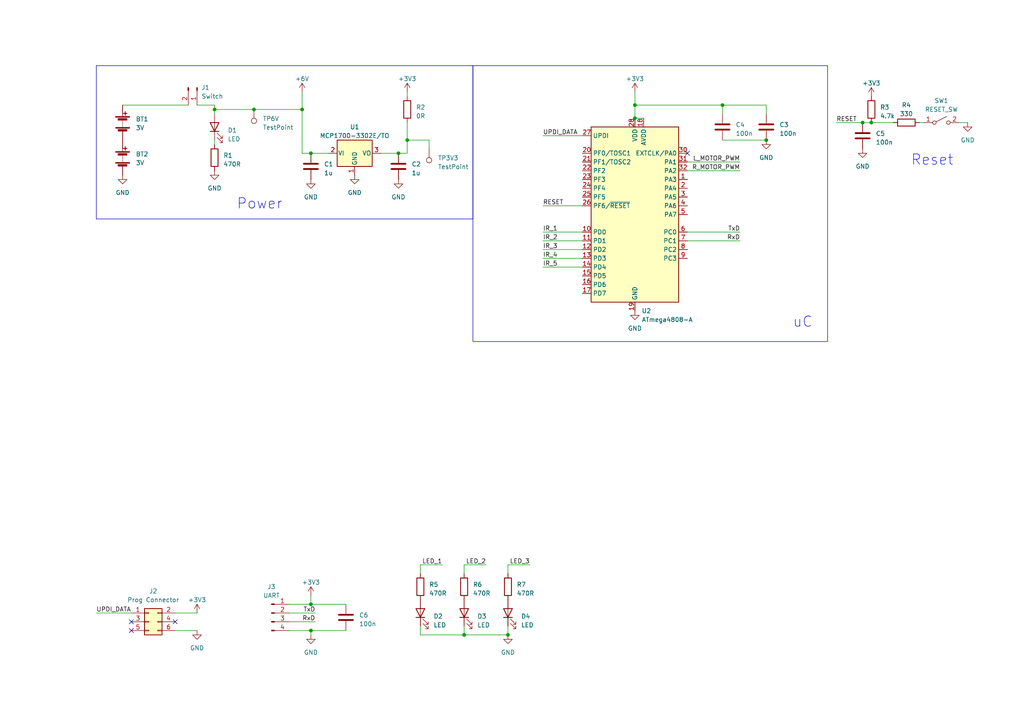
<source format=kicad_sch>
(kicad_sch (version 20230121) (generator eeschema)
  (paper "A4")
  (lib_symbols
    (symbol "Connector:Conn_01x02_Pin" (pin_names (offset 1.016) hide)
      (property "Reference" "J" (at 0 2.54 0))
      (property "Value" "Conn_01x02_Pin" (at 0 -5.08 0))
      (symbol "Conn_01x02_Pin_1_1"
        (polyline (pts (xy 1.27 -2.54) (xy 0.8636 -2.54)) (stroke (width 0.1524)))
        (polyline (pts (xy 1.27 0) (xy 0.8636 0)) (stroke (width 0.1524)))
        (rectangle (start 0.8636 -2.413) (end 0 -2.667) (stroke (width 0.1524)) (fill (type outline)))
        (rectangle (start 0.8636 0.127) (end 0 -0.127) (stroke (width 0.1524)) (fill (type outline)))
        (pin passive line (at 5.08 0 180) (length 3.81) (name "Pin_1") (number "1"))
        (pin passive line (at 5.08 -2.54 180) (length 3.81) (name "Pin_2") (number "2"))
      )
    )
    (symbol "Connector:Conn_01x04_Pin" (pin_names (offset 1.016) hide)
      (property "Reference" "J" (at 0 5.08 0))
      (property "Value" "Conn_01x04_Pin" (at 0 -7.62 0))
      (symbol "Conn_01x04_Pin_1_1"
        (polyline (pts (xy 1.27 -5.08) (xy 0.8636 -5.08)) (stroke (width 0.1524)))
        (polyline (pts (xy 1.27 -2.54) (xy 0.8636 -2.54)) (stroke (width 0.1524)))
        (polyline (pts (xy 1.27 0) (xy 0.8636 0)) (stroke (width 0.1524)))
        (polyline (pts (xy 1.27 2.54) (xy 0.8636 2.54)) (stroke (width 0.1524)))
        (rectangle (start 0.8636 -4.953) (end 0 -5.207) (stroke (width 0.1524)) (fill (type outline)))
        (rectangle (start 0.8636 -2.413) (end 0 -2.667) (stroke (width 0.1524)) (fill (type outline)))
        (rectangle (start 0.8636 0.127) (end 0 -0.127) (stroke (width 0.1524)) (fill (type outline)))
        (rectangle (start 0.8636 2.667) (end 0 2.413) (stroke (width 0.1524)) (fill (type outline)))
        (pin passive line (at 5.08 2.54 180) (length 3.81) (name "Pin_1") (number "1"))
        (pin passive line (at 5.08 0 180) (length 3.81) (name "Pin_2") (number "2"))
        (pin passive line (at 5.08 -2.54 180) (length 3.81) (name "Pin_3") (number "3"))
        (pin passive line (at 5.08 -5.08 180) (length 3.81) (name "Pin_4") (number "4"))
      )
    )
    (symbol "Connector:TestPoint" (pin_numbers hide) (pin_names (offset 0.762) hide)
      (property "Reference" "TP" (at 0 6.858 0))
      (property "Value" "TestPoint" (at 0 5.08 0))
      (symbol "TestPoint_0_1"
        (circle (center 0 3.302) (radius 0.762))
      )
      (symbol "TestPoint_1_1"
        (pin passive line (at 0 0 90) (length 2.54) (name "1") (number "1"))
      )
    )
    (symbol "Connector_Generic:Conn_02x03_Odd_Even" (pin_names (offset 1.016) hide)
      (property "Reference" "J" (at 1.27 5.08 0))
      (property "Value" "Conn_02x03_Odd_Even" (at 1.27 -5.08 0))
      (symbol "Conn_02x03_Odd_Even_1_1"
        (rectangle (start -1.27 -2.413) (end 0 -2.667) (stroke (width 0.1524)))
        (rectangle (start -1.27 0.127) (end 0 -0.127) (stroke (width 0.1524)))
        (rectangle (start -1.27 2.667) (end 0 2.413) (stroke (width 0.1524)))
        (rectangle (start -1.27 3.81) (end 3.81 -3.81) (stroke (width 0.254)) (fill (type background)))
        (rectangle (start 3.81 -2.413) (end 2.54 -2.667) (stroke (width 0.1524)))
        (rectangle (start 3.81 0.127) (end 2.54 -0.127) (stroke (width 0.1524)))
        (rectangle (start 3.81 2.667) (end 2.54 2.413) (stroke (width 0.1524)))
        (pin passive line (at -5.08 2.54 0) (length 3.81) (name "Pin_1") (number "1"))
        (pin passive line (at 7.62 2.54 180) (length 3.81) (name "Pin_2") (number "2"))
        (pin passive line (at -5.08 0 0) (length 3.81) (name "Pin_3") (number "3"))
        (pin passive line (at 7.62 0 180) (length 3.81) (name "Pin_4") (number "4"))
        (pin passive line (at -5.08 -2.54 0) (length 3.81) (name "Pin_5") (number "5"))
        (pin passive line (at 7.62 -2.54 180) (length 3.81) (name "Pin_6") (number "6"))
      )
    )
    (symbol "Device:Battery" (pin_numbers hide) (pin_names (offset 0) hide)
      (property "Reference" "BT" (at 2.54 2.54 0))
      (property "Value" "Battery" (at 2.54 0 0))
      (symbol "Battery_0_1"
        (rectangle (start -2.032 -1.397) (end 2.032 -1.651) (fill (type outline)))
        (rectangle (start -2.032 1.778) (end 2.032 1.524) (fill (type outline)))
        (rectangle (start -1.3208 -1.9812) (end 1.27 -2.4892) (fill (type outline)))
        (rectangle (start -1.3208 1.1938) (end 1.27 0.6858) (fill (type outline)))
        (polyline (pts (xy 0 -1.524) (xy 0 -1.27)))
        (polyline (pts (xy 0 -1.016) (xy 0 -0.762)))
        (polyline (pts (xy 0 -0.508) (xy 0 -0.254)))
        (polyline (pts (xy 0 0) (xy 0 0.254)))
        (polyline (pts (xy 0 0.508) (xy 0 0.762)))
        (polyline (pts (xy 0 1.778) (xy 0 2.54)))
        (polyline (pts (xy 0.254 2.667) (xy 1.27 2.667)) (stroke (width 0.254)))
        (polyline (pts (xy 0.762 3.175) (xy 0.762 2.159)) (stroke (width 0.254)))
      )
      (symbol "Battery_1_1"
        (pin passive line (at 0 5.08 270) (length 2.54) (name "+") (number "1"))
        (pin passive line (at 0 -5.08 90) (length 2.54) (name "-") (number "2"))
      )
    )
    (symbol "Device:C" (pin_numbers hide) (pin_names (offset 0.254))
      (property "Reference" "C" (at 0.635 2.54 0))
      (property "Value" "C" (at 0.635 -2.54 0))
      (symbol "C_0_1"
        (polyline (pts (xy -2.032 -0.762) (xy 2.032 -0.762)) (stroke (width 0.508)))
        (polyline (pts (xy -2.032 0.762) (xy 2.032 0.762)) (stroke (width 0.508)))
      )
      (symbol "C_1_1"
        (pin passive line (at 0 3.81 270) (length 2.794) (name "~") (number "1"))
        (pin passive line (at 0 -3.81 90) (length 2.794) (name "~") (number "2"))
      )
    )
    (symbol "Device:LED" (pin_numbers hide) (pin_names (offset 1.016) hide)
      (property "Reference" "D" (at 0 2.54 0))
      (property "Value" "LED" (at 0 -2.54 0))
      (symbol "LED_0_1"
        (polyline (pts (xy -1.27 -1.27) (xy -1.27 1.27)) (stroke (width 0.254)))
        (polyline (pts (xy -1.27 0) (xy 1.27 0)))
        (polyline (pts (xy 1.27 -1.27) (xy 1.27 1.27) (xy -1.27 0) (xy 1.27 -1.27)) (stroke (width 0.254)))
        (polyline (pts (xy -3.048 -0.762) (xy -4.572 -2.286) (xy -3.81 -2.286) (xy -4.572 -2.286) (xy -4.572 -1.524)))
        (polyline (pts (xy -1.778 -0.762) (xy -3.302 -2.286) (xy -2.54 -2.286) (xy -3.302 -2.286) (xy -3.302 -1.524)))
      )
      (symbol "LED_1_1"
        (pin passive line (at -3.81 0 0) (length 2.54) (name "K") (number "1"))
        (pin passive line (at 3.81 0 180) (length 2.54) (name "A") (number "2"))
      )
    )
    (symbol "Device:R" (pin_numbers hide) (pin_names (offset 0))
      (property "Reference" "R" (at 2.032 0 90))
      (property "Value" "R" (at 0 0 90))
      (symbol "R_0_1"
        (rectangle (start -1.016 -2.54) (end 1.016 2.54) (stroke (width 0.254)))
      )
      (symbol "R_1_1"
        (pin passive line (at 0 3.81 270) (length 1.27) (name "~") (number "1"))
        (pin passive line (at 0 -3.81 90) (length 1.27) (name "~") (number "2"))
      )
    )
    (symbol "MCU_Microchip_ATmega:ATmega4808-A"
      (property "Reference" "U" (at -12.7 26.67 0))
      (property "Value" "ATmega4808-A" (at 2.54 -26.67 0))
      (symbol "ATmega4808-A_0_1"
        (rectangle (start -12.7 -25.4) (end 12.7 25.4) (stroke (width 0.254)) (fill (type background)))
      )
      (symbol "ATmega4808-A_1_1"
        (pin bidirectional line (at 15.24 10.16 180) (length 2.54) (name "PA3") (number "1"))
        (pin bidirectional line (at -15.24 -5.08 0) (length 2.54) (name "PD0") (number "10"))
        (pin bidirectional line (at -15.24 -7.62 0) (length 2.54) (name "PD1") (number "11"))
        (pin bidirectional line (at -15.24 -10.16 0) (length 2.54) (name "PD2") (number "12"))
        (pin bidirectional line (at -15.24 -12.7 0) (length 2.54) (name "PD3") (number "13"))
        (pin bidirectional line (at -15.24 -15.24 0) (length 2.54) (name "PD4") (number "14"))
        (pin bidirectional line (at -15.24 -17.78 0) (length 2.54) (name "PD5") (number "15"))
        (pin bidirectional line (at -15.24 -20.32 0) (length 2.54) (name "PD6") (number "16"))
        (pin bidirectional line (at -15.24 -22.86 0) (length 2.54) (name "PD7") (number "17"))
        (pin power_in line (at 2.54 27.94 270) (length 2.54) (name "AVDD") (number "18"))
        (pin power_in line (at 0 -27.94 90) (length 2.54) (name "GND") (number "19"))
        (pin bidirectional line (at 15.24 7.62 180) (length 2.54) (name "PA4") (number "2"))
        (pin bidirectional line (at -15.24 17.78 0) (length 2.54) (name "PF0/TOSC1") (number "20"))
        (pin bidirectional line (at -15.24 15.24 0) (length 2.54) (name "PF1/TOSC2") (number "21"))
        (pin bidirectional line (at -15.24 12.7 0) (length 2.54) (name "PF2") (number "22"))
        (pin bidirectional line (at -15.24 10.16 0) (length 2.54) (name "PF3") (number "23"))
        (pin bidirectional line (at -15.24 7.62 0) (length 2.54) (name "PF4") (number "24"))
        (pin bidirectional line (at -15.24 5.08 0) (length 2.54) (name "PF5") (number "25"))
        (pin bidirectional line (at -15.24 2.54 0) (length 2.54) (name "PF6/~{RESET}") (number "26"))
        (pin bidirectional line (at -15.24 22.86 0) (length 2.54) (name "UPDI") (number "27"))
        (pin power_in line (at 0 27.94 270) (length 2.54) (name "VDD") (number "28"))
        (pin passive line (at 0 -27.94 90) (length 2.54) hide (name "GND") (number "29"))
        (pin bidirectional line (at 15.24 5.08 180) (length 2.54) (name "PA5") (number "3"))
        (pin bidirectional line (at 15.24 17.78 180) (length 2.54) (name "EXTCLK/PA0") (number "30"))
        (pin bidirectional line (at 15.24 15.24 180) (length 2.54) (name "PA1") (number "31"))
        (pin bidirectional line (at 15.24 12.7 180) (length 2.54) (name "PA2") (number "32"))
        (pin bidirectional line (at 15.24 2.54 180) (length 2.54) (name "PA6") (number "4"))
        (pin bidirectional line (at 15.24 0 180) (length 2.54) (name "PA7") (number "5"))
        (pin bidirectional line (at 15.24 -5.08 180) (length 2.54) (name "PC0") (number "6"))
        (pin bidirectional line (at 15.24 -7.62 180) (length 2.54) (name "PC1") (number "7"))
        (pin bidirectional line (at 15.24 -10.16 180) (length 2.54) (name "PC2") (number "8"))
        (pin bidirectional line (at 15.24 -12.7 180) (length 2.54) (name "PC3") (number "9"))
      )
    )
    (symbol "PCM_4ms_Power-symbol:GND" (power) (pin_names (offset 0))
      (property "Value" "GND" (at 0 -3.81 0))
      (symbol "GND_0_1"
        (polyline (pts (xy 0 0) (xy 0 -1.27) (xy 1.27 -1.27) (xy 0 -2.54) (xy -1.27 -1.27) (xy 0 -1.27)))
      )
      (symbol "GND_1_1"
        (pin power_in line (at 0 0 270) (length 0) hide (name "GND") (number "1"))
      )
    )
    (symbol "Regulator_Linear:MCP1700x-330xxTO" (pin_names (offset 0.254))
      (property "Reference" "U1" (at 0 -11.43 0))
      (property "Value" "MCP1700x-330xxTO" (at 0 -7.62 0))
      (symbol "MCP1700x-330xxTO_0_1"
        (rectangle (start -5.08 5.08) (end 5.08 -2.54) (stroke (width 0.254)) (fill (type background)))
      )
      (symbol "MCP1700x-330xxTO_1_1"
        (pin power_in line (at 0 -5.08 90) (length 2.54) (name "GND") (number "1"))
        (pin power_in line (at -7.62 1.27 0) (length 2.54) (name "VI") (number "2"))
        (pin power_out line (at 7.62 1.27 180) (length 2.54) (name "VO") (number "3"))
      )
    )
    (symbol "Switch:SW_SPST" (pin_names (offset 0) hide)
      (property "Reference" "SW" (at 0 3.175 0))
      (property "Value" "SW_SPST" (at 0 -2.54 0))
      (symbol "SW_SPST_0_0"
        (circle (center -2.032 0) (radius 0.508))
        (polyline (pts (xy -1.524 0.254) (xy 1.524 1.778)))
        (circle (center 2.032 0) (radius 0.508))
      )
      (symbol "SW_SPST_1_1"
        (pin passive line (at -5.08 0 0) (length 2.54) (name "A") (number "1"))
        (pin passive line (at 5.08 0 180) (length 2.54) (name "B") (number "2"))
      )
    )
    (symbol "power:+3V3" (power) (pin_names (offset 0))
      (property "Value" "+3V3" (at 0 3.556 0))
      (symbol "+3V3_0_1"
        (polyline (pts (xy -0.762 1.27) (xy 0 2.54)))
        (polyline (pts (xy 0 0) (xy 0 2.54)))
        (polyline (pts (xy 0 2.54) (xy 0.762 1.27)))
      )
      (symbol "+3V3_1_1"
        (pin power_in line (at 0 0 90) (length 0) hide (name "+3V3") (number "1"))
      )
    )
    (symbol "power:+6V" (power) (pin_names (offset 0))
      (property "Value" "+6V" (at 0 3.556 0))
      (symbol "+6V_0_1"
        (polyline (pts (xy -0.762 1.27) (xy 0 2.54)))
        (polyline (pts (xy 0 0) (xy 0 2.54)))
        (polyline (pts (xy 0 2.54) (xy 0.762 1.27)))
      )
      (symbol "+6V_1_1"
        (pin power_in line (at 0 0 90) (length 0) hide (name "+6V") (number "1"))
      )
    )
  )
  (junction (at 73.66 31.75))
  (junction (at 90.17 44.45))
  (junction (at 222.25 40.64))
  (junction (at 134.62 184.15))
  (junction (at 250.19 35.56))
  (junction (at 184.15 30.48))
  (junction (at 184.15 34.29))
  (junction (at 90.17 182.88))
  (junction (at 118.11 40.64))
  (junction (at 62.23 31.75))
  (junction (at 252.73 35.56))
  (junction (at 87.63 31.75))
  (junction (at 147.32 184.15))
  (junction (at 209.55 30.48))
  (junction (at 115.57 44.45))
  (junction (at 90.17 175.26))
  (no_connect (at 38.1 182.88))
  (no_connect (at 38.1 180.34))
  (no_connect (at 199.39 44.45))
  (no_connect (at 50.8 180.34))
  (wire (pts (xy 50.8 177.8) (xy 57.15 177.8)))
  (wire (pts (xy 157.48 77.47) (xy 168.91 77.47)))
  (wire (pts (xy 57.15 30.48) (xy 62.23 30.48)))
  (wire (pts (xy 87.63 26.67) (xy 87.63 31.75)))
  (wire (pts (xy 184.15 30.48) (xy 209.55 30.48)))
  (wire (pts (xy 157.48 72.39) (xy 168.91 72.39)))
  (wire (pts (xy 199.39 46.99) (xy 214.63 46.99)))
  (wire (pts (xy 87.63 44.45) (xy 90.17 44.45)))
  (wire (pts (xy 209.55 40.64) (xy 222.25 40.64)))
  (wire (pts (xy 118.11 44.45) (xy 118.11 40.64)))
  (wire (pts (xy 124.46 40.64) (xy 124.46 43.18)))
  (wire (pts (xy 266.7 35.56) (xy 267.97 35.56)))
  (wire (pts (xy 147.32 163.83) (xy 153.67 163.83)))
  (wire (pts (xy 118.11 35.56) (xy 118.11 40.64)))
  (polyline (pts (xy 27.94 63.5) (xy 137.16 63.5)))
  (wire (pts (xy 90.17 175.26) (xy 100.33 175.26)))
  (wire (pts (xy 62.23 31.75) (xy 73.66 31.75)))
  (wire (pts (xy 134.62 163.83) (xy 140.97 163.83)))
  (wire (pts (xy 73.66 31.75) (xy 87.63 31.75)))
  (wire (pts (xy 157.48 59.69) (xy 168.91 59.69)))
  (wire (pts (xy 147.32 166.37) (xy 147.32 163.83)))
  (wire (pts (xy 121.92 166.37) (xy 121.92 163.83)))
  (wire (pts (xy 87.63 31.75) (xy 87.63 44.45)))
  (wire (pts (xy 209.55 30.48) (xy 209.55 33.02)))
  (wire (pts (xy 118.11 44.45) (xy 115.57 44.45)))
  (wire (pts (xy 157.48 39.37) (xy 168.91 39.37)))
  (polyline (pts (xy 137.16 63.5) (xy 137.16 19.05)))
  (wire (pts (xy 118.11 26.67) (xy 118.11 27.94)))
  (wire (pts (xy 27.94 177.8) (xy 38.1 177.8)))
  (wire (pts (xy 90.17 175.26) (xy 83.82 175.26)))
  (wire (pts (xy 90.17 182.88) (xy 100.33 182.88)))
  (polyline (pts (xy 27.94 19.05) (xy 27.94 63.5)))
  (wire (pts (xy 252.73 35.56) (xy 259.08 35.56)))
  (wire (pts (xy 184.15 26.67) (xy 184.15 30.48)))
  (wire (pts (xy 147.32 181.61) (xy 147.32 184.15)))
  (wire (pts (xy 199.39 69.85) (xy 214.63 69.85)))
  (wire (pts (xy 90.17 172.72) (xy 90.17 175.26)))
  (wire (pts (xy 35.56 30.48) (xy 54.61 30.48)))
  (wire (pts (xy 121.92 184.15) (xy 134.62 184.15)))
  (wire (pts (xy 184.15 30.48) (xy 184.15 34.29)))
  (wire (pts (xy 121.92 163.83) (xy 128.27 163.83)))
  (wire (pts (xy 242.57 35.56) (xy 250.19 35.56)))
  (polyline (pts (xy 27.94 19.05) (xy 137.16 19.05)))
  (wire (pts (xy 110.49 44.45) (xy 115.57 44.45)))
  (wire (pts (xy 250.19 35.56) (xy 252.73 35.56)))
  (wire (pts (xy 90.17 184.15) (xy 90.17 182.88)))
  (wire (pts (xy 118.11 40.64) (xy 124.46 40.64)))
  (wire (pts (xy 62.23 31.75) (xy 62.23 33.02)))
  (wire (pts (xy 157.48 69.85) (xy 168.91 69.85)))
  (wire (pts (xy 90.17 182.88) (xy 83.82 182.88)))
  (wire (pts (xy 157.48 74.93) (xy 168.91 74.93)))
  (wire (pts (xy 62.23 40.64) (xy 62.23 41.91)))
  (wire (pts (xy 83.82 177.8) (xy 91.44 177.8)))
  (wire (pts (xy 83.82 180.34) (xy 91.44 180.34)))
  (wire (pts (xy 199.39 67.31) (xy 214.63 67.31)))
  (wire (pts (xy 50.8 182.88) (xy 57.15 182.88)))
  (wire (pts (xy 280.67 35.56) (xy 278.13 35.56)))
  (wire (pts (xy 184.15 34.29) (xy 186.69 34.29)))
  (wire (pts (xy 147.32 184.15) (xy 134.62 184.15)))
  (wire (pts (xy 121.92 181.61) (xy 121.92 184.15)))
  (wire (pts (xy 134.62 166.37) (xy 134.62 163.83)))
  (wire (pts (xy 90.17 44.45) (xy 95.25 44.45)))
  (wire (pts (xy 157.48 67.31) (xy 168.91 67.31)))
  (wire (pts (xy 209.55 30.48) (xy 222.25 30.48)))
  (wire (pts (xy 199.39 49.53) (xy 214.63 49.53)))
  (wire (pts (xy 134.62 184.15) (xy 134.62 181.61)))
  (wire (pts (xy 222.25 30.48) (xy 222.25 33.02)))
  (wire (pts (xy 62.23 31.75) (xy 62.23 30.48)))
  (rectangle (start 137.16 19.05) (end 240.03 99.06))
  (text "Reset" (at 264.16 48.26 0) (effects (font (size 3 3)) (justify left bottom)))
  (text "Power" (at 68.58 60.96 0) (effects (font (size 3 3)) (justify left bottom)))
  (text "uC" (at 229.87 95.25 0) (effects (font (size 3 3)) (justify left bottom)))
  (label "LED_3" (at 153.67 163.83 180))
  (label "IR_5" (at 157.48 77.47 0))
  (label "TxD" (at 214.63 67.31 180))
  (label "IR_2" (at 157.48 69.85 0))
  (label "UPDI_DATA" (at 157.48 39.37 0))
  (label "L_MOTOR_PWM" (at 214.63 46.99 180))
  (label "TxD" (at 91.44 177.8 180))
  (label "UPDI_DATA" (at 27.94 177.8 0))
  (label "IR_3" (at 157.48 72.39 0))
  (label "RESET" (at 242.57 35.56 0))
  (label "RxD" (at 91.44 180.34 180))
  (label "IR_1" (at 157.48 67.31 0))
  (label "R_MOTOR_PWM" (at 214.63 49.53 180))
  (label "LED_1" (at 128.27 163.83 180))
  (label "RxD" (at 214.63 69.85 180))
  (label "IR_4" (at 157.48 74.93 0))
  (label "LED_2" (at 140.97 163.83 180))
  (label "RESET" (at 157.48 59.69 0))
  (symbol (lib_id "PCM_4ms_Power-symbol:GND") (at 184.15 90.17 0) (unit 1)
    (property "Reference" "#PWR09" (effects hide))
    (property "Value" "GND" (at 184.15 95.25 0))
  )
  (symbol (lib_id "PCM_4ms_Power-symbol:GND") (at 62.23 49.53 0) (unit 1)
    (property "Reference" "#PWR03" (effects hide))
    (property "Value" "GND" (at 62.23 54.61 0))
  )
  (symbol (lib_id "Regulator_Linear:MCP1700x-330xxTO") (at 102.87 45.72 0) (unit 1)
    (property "Reference" "U1" (at 102.87 36.83 0))
    (property "Value" "MCP1700-3302E/TO" (at 102.87 39.37 0))
    (property "Footprint" "Package_TO_SOT_THT:TO-92_Inline" (effects hide))
    (property "Datasheet" "http://ww1.microchip.com/downloads/en/DeviceDoc/20001826D.pdf" (effects hide))
  )
  (symbol (lib_id "Device:Battery") (at 35.56 45.72 0) (unit 1)
    (property "Reference" "BT2" (at 39.37 44.704 0) (effects (justify left)))
    (property "Value" "3V" (at 39.37 47.244 0) (effects (justify left)))
  )
  (symbol (lib_id "Device:R") (at 252.73 31.75 0) (unit 1)
    (property "Reference" "R3" (at 255.27 31.115 0) (effects (justify left)))
    (property "Value" "4.7k" (at 255.27 33.655 0) (effects (justify left)))
  )
  (symbol (lib_id "Connector_Generic:Conn_02x03_Odd_Even") (at 43.18 180.34 0) (unit 1)
    (property "Reference" "J2" (at 44.45 171.45 0))
    (property "Value" "Prog Connector" (at 44.45 173.99 0))
  )
  (symbol (lib_id "PCM_4ms_Power-symbol:GND") (at 90.17 184.15 0) (unit 1)
    (property "Reference" "#PWR017" (effects hide))
    (property "Value" "GND" (at 90.17 189.23 0))
  )
  (symbol (lib_id "power:+3V3") (at 252.73 27.94 0) (unit 1)
    (property "Reference" "#PWR014" (effects hide))
    (property "Value" "+3V3" (at 252.73 24.13 0))
  )
  (symbol (lib_id "Device:R") (at 118.11 31.75 0) (unit 1)
    (property "Reference" "R2" (at 120.65 31.115 0) (effects (justify left)))
    (property "Value" "0R" (at 120.65 33.655 0) (effects (justify left)))
  )
  (symbol (lib_id "power:+3V3") (at 184.15 26.67 0) (unit 1)
    (property "Reference" "#PWR08" (effects hide))
    (property "Value" "+3V3" (at 184.15 22.86 0))
  )
  (symbol (lib_id "PCM_4ms_Power-symbol:GND") (at 280.67 35.56 0) (unit 1)
    (property "Reference" "#PWR015" (effects hide))
    (property "Value" "GND" (at 280.67 40.64 0))
  )
  (symbol (lib_id "PCM_4ms_Power-symbol:GND") (at 57.15 182.88 0) (unit 1)
    (property "Reference" "#PWR012" (effects hide))
    (property "Value" "GND" (at 57.15 187.96 0))
  )
  (symbol (lib_id "Device:C") (at 90.17 48.26 0) (unit 1)
    (property "Reference" "C1" (at 93.98 47.625 0) (effects (justify left)))
    (property "Value" "1u" (at 93.98 50.165 0) (effects (justify left)))
  )
  (symbol (lib_id "PCM_4ms_Power-symbol:GND") (at 115.57 52.07 0) (unit 1)
    (property "Reference" "#PWR07" (effects hide))
    (property "Value" "GND" (at 115.57 57.15 0))
  )
  (symbol (lib_id "Connector:TestPoint") (at 73.66 31.75 180) (unit 1)
    (property "Reference" "TP6V" (at 76.2 34.417 0) (effects (justify right)))
    (property "Value" "TestPoint" (at 76.2 36.957 0) (effects (justify right)))
  )
  (symbol (lib_id "Device:C") (at 100.33 179.07 0) (unit 1)
    (property "Reference" "C6" (at 104.14 178.435 0) (effects (justify left)))
    (property "Value" "100n" (at 104.14 180.975 0) (effects (justify left)))
  )
  (symbol (lib_id "PCM_4ms_Power-symbol:GND") (at 90.17 52.07 0) (unit 1)
    (property "Reference" "#PWR06" (effects hide))
    (property "Value" "GND" (at 90.17 57.15 0))
  )
  (symbol (lib_id "Device:C") (at 222.25 36.83 0) (unit 1)
    (property "Reference" "C3" (at 226.06 36.195 0) (effects (justify left)))
    (property "Value" "100n" (at 226.06 38.735 0) (effects (justify left)))
  )
  (symbol (lib_id "Device:C") (at 209.55 36.83 0) (unit 1)
    (property "Reference" "C4" (at 213.36 36.195 0) (effects (justify left)))
    (property "Value" "100n" (at 213.36 38.735 0) (effects (justify left)))
  )
  (symbol (lib_id "PCM_4ms_Power-symbol:GND") (at 35.56 50.8 0) (unit 1)
    (property "Reference" "#PWR01" (effects hide))
    (property "Value" "GND" (at 35.56 55.88 0))
  )
  (symbol (lib_id "Connector:Conn_01x04_Pin") (at 78.74 177.8 0) (unit 1)
    (property "Reference" "J3" (at 78.74 170.18 0))
    (property "Value" "UART" (at 78.74 172.72 0))
  )
  (symbol (lib_id "Switch:SW_SPST") (at 273.05 35.56 0) (unit 1)
    (property "Reference" "SW1" (at 273.05 29.21 0))
    (property "Value" "RESET_SW" (at 273.05 31.75 0))
  )
  (symbol (lib_id "Device:LED") (at 62.23 36.83 90) (unit 1)
    (property "Reference" "D1" (at 66.04 37.7825 90) (effects (justify right)))
    (property "Value" "LED" (at 66.04 40.3225 90) (effects (justify right)))
  )
  (symbol (lib_id "power:+3V3") (at 118.11 26.67 0) (unit 1)
    (property "Reference" "#PWR04" (effects hide))
    (property "Value" "+3V3" (at 118.11 22.86 0))
  )
  (symbol (lib_id "Device:R") (at 262.89 35.56 90) (unit 1)
    (property "Reference" "R4" (at 262.89 30.48 90))
    (property "Value" "330" (at 262.89 33.02 90))
  )
  (symbol (lib_id "power:+3V3") (at 90.17 172.72 0) (unit 1)
    (property "Reference" "#PWR016" (effects hide))
    (property "Value" "+3V3" (at 90.17 168.91 0))
  )
  (symbol (lib_id "Device:R") (at 147.32 170.18 0) (unit 1)
    (property "Reference" "R7" (at 149.86 169.545 0) (effects (justify left)))
    (property "Value" "470R" (at 149.86 172.085 0) (effects (justify left)))
  )
  (symbol (lib_id "MCU_Microchip_ATmega:ATmega4808-A") (at 184.15 62.23 0) (unit 1)
    (property "Reference" "U2" (at 186.1059 90.17 0) (effects (justify left)))
    (property "Value" "ATmega4808-A" (at 186.1059 92.71 0) (effects (justify left)))
    (property "Footprint" "Package_QFP:TQFP-32_7x7mm_P0.8mm" (effects hide))
    (property "Datasheet" "http://ww1.microchip.com/downloads/en/DeviceDoc/40002017A.pdf" (effects hide))
  )
  (symbol (lib_id "power:+6V") (at 87.63 26.67 0) (unit 1)
    (property "Reference" "#PWR02" (effects hide))
    (property "Value" "+6V" (at 87.63 22.86 0))
  )
  (symbol (lib_id "PCM_4ms_Power-symbol:GND") (at 250.19 43.18 0) (unit 1)
    (property "Reference" "#PWR013" (effects hide))
    (property "Value" "GND" (at 250.19 48.26 0))
  )
  (symbol (lib_id "Device:C") (at 115.57 48.26 0) (unit 1)
    (property "Reference" "C2" (at 119.38 47.625 0) (effects (justify left)))
    (property "Value" "1u" (at 119.38 50.165 0) (effects (justify left)))
  )
  (symbol (lib_id "Device:R") (at 121.92 170.18 0) (unit 1)
    (property "Reference" "R5" (at 124.46 169.545 0) (effects (justify left)))
    (property "Value" "470R" (at 124.46 172.085 0) (effects (justify left)))
  )
  (symbol (lib_id "Device:LED") (at 121.92 177.8 90) (unit 1)
    (property "Reference" "D2" (at 125.73 178.7525 90) (effects (justify right)))
    (property "Value" "LED" (at 125.73 181.2925 90) (effects (justify right)))
  )
  (symbol (lib_id "Device:R") (at 62.23 45.72 0) (unit 1)
    (property "Reference" "R1" (at 64.77 45.085 0) (effects (justify left)))
    (property "Value" "470R" (at 64.77 47.625 0) (effects (justify left)))
  )
  (symbol (lib_id "Device:LED") (at 134.62 177.8 90) (unit 1)
    (property "Reference" "D3" (at 138.43 178.7525 90) (effects (justify right)))
    (property "Value" "LED" (at 138.43 181.2925 90) (effects (justify right)))
  )
  (symbol (lib_id "Device:R") (at 134.62 170.18 0) (unit 1)
    (property "Reference" "R6" (at 137.16 169.545 0) (effects (justify left)))
    (property "Value" "470R" (at 137.16 172.085 0) (effects (justify left)))
  )
  (symbol (lib_id "Device:C") (at 250.19 39.37 0) (unit 1)
    (property "Reference" "C5" (at 254 38.735 0) (effects (justify left)))
    (property "Value" "100n" (at 254 41.275 0) (effects (justify left)))
  )
  (symbol (lib_id "Device:Battery") (at 35.56 35.56 0) (unit 1)
    (property "Reference" "BT1" (at 39.37 34.544 0) (effects (justify left)))
    (property "Value" "3V" (at 39.37 37.084 0) (effects (justify left)))
  )
  (symbol (lib_id "PCM_4ms_Power-symbol:GND") (at 147.32 184.15 0) (unit 1)
    (property "Reference" "#PWR018" (effects hide))
    (property "Value" "GND" (at 147.32 189.23 0))
  )
  (symbol (lib_id "power:+3V3") (at 57.15 177.8 0) (unit 1)
    (property "Reference" "#PWR011" (effects hide))
    (property "Value" "+3V3" (at 57.15 173.99 0))
  )
  (symbol (lib_id "Device:LED") (at 147.32 177.8 90) (unit 1)
    (property "Reference" "D4" (at 151.13 178.7525 90) (effects (justify right)))
    (property "Value" "LED" (at 151.13 181.2925 90) (effects (justify right)))
  )
  (symbol (lib_id "Connector:Conn_01x02_Pin") (at 57.15 25.4 270) (unit 1)
    (property "Reference" "J1" (at 58.42 25.4 90) (effects (justify left)))
    (property "Value" "Switch" (at 58.42 27.94 90) (effects (justify left)))
  )
  (symbol (lib_id "Connector:TestPoint") (at 124.46 43.18 180) (unit 1)
    (property "Reference" "TP3V3" (at 127 45.847 0) (effects (justify right)))
    (property "Value" "TestPoint" (at 127 48.387 0) (effects (justify right)))
  )
  (symbol (lib_id "PCM_4ms_Power-symbol:GND") (at 102.87 50.8 0) (unit 1)
    (property "Reference" "#PWR05" (effects hide))
    (property "Value" "GND" (at 102.87 55.88 0))
  )
  (symbol (lib_id "PCM_4ms_Power-symbol:GND") (at 222.25 40.64 0) (unit 1)
    (property "Reference" "#PWR010" (effects hide))
    (property "Value" "GND" (at 222.25 45.72 0))
  )
)
</source>
